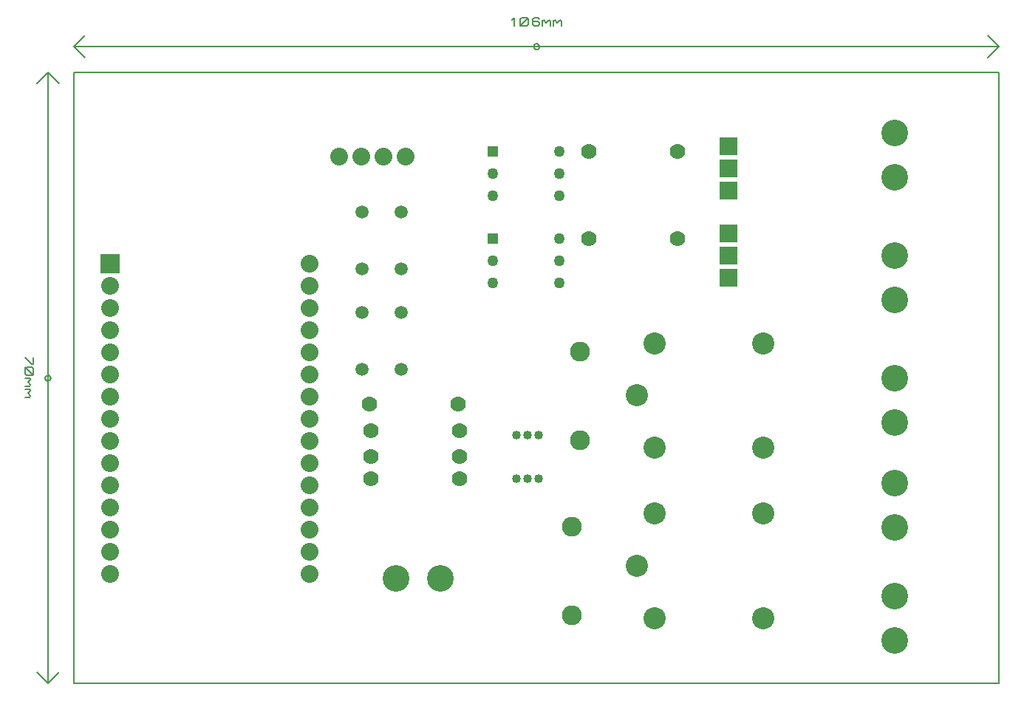
<source format=gbr>
G04 PROTEUS RS274X GERBER FILE*
%FSLAX45Y45*%
%MOMM*%
G01*
%ADD10C,1.778000*%
%ADD11C,1.016000*%
%ADD12C,2.540000*%
%ADD13C,2.286000*%
%ADD14C,3.048000*%
%ADD15C,2.032000*%
%ADD16R,2.286000X2.286000*%
%ADD17R,1.270000X1.270000*%
%ADD18C,1.270000*%
%ADD19R,2.032000X2.032000*%
%ADD70C,1.500000*%
%ADD71C,0.203200*%
D10*
X-1800000Y-750000D03*
X-784000Y-750000D03*
X-1800000Y-500000D03*
X-784000Y-500000D03*
D11*
X+127000Y-250000D03*
X+0Y-250000D03*
X-127000Y-250000D03*
X+127000Y-750000D03*
X+0Y-750000D03*
X-127000Y-750000D03*
D12*
X+1450000Y+800000D03*
X+1450000Y-400000D03*
X+1250000Y+200000D03*
X+2700000Y-400000D03*
X+2700000Y+800000D03*
X+1450000Y-1150000D03*
X+1450000Y-2350000D03*
X+1250000Y-1750000D03*
X+2700000Y-2350000D03*
X+2700000Y-1150000D03*
D13*
X+600000Y-316000D03*
X+600000Y+700000D03*
X+500000Y-2316000D03*
X+500000Y-1300000D03*
D14*
X+4200000Y-108000D03*
X+4200000Y+400000D03*
X+4200000Y-1308000D03*
X+4200000Y-800000D03*
X+4200000Y-2608000D03*
X+4200000Y-2100000D03*
D15*
X-2162000Y+2938000D03*
X-1908000Y+2938000D03*
X-1654000Y+2938000D03*
X-1400000Y+2938000D03*
D16*
X-4786000Y+1708000D03*
D15*
X-4786000Y+1454000D03*
X-4786000Y+1200000D03*
X-4786000Y+946000D03*
X-4786000Y+692000D03*
X-4786000Y+438000D03*
X-4786000Y+184000D03*
X-4786000Y-70000D03*
X-4786000Y-324000D03*
X-4786000Y-578000D03*
X-4786000Y-832000D03*
X-4786000Y-1086000D03*
X-4786000Y-1340000D03*
X-4786000Y-1594000D03*
X-4786000Y-1848000D03*
X-2500000Y-1848000D03*
X-2500000Y-1594000D03*
X-2500000Y-1340000D03*
X-2500000Y-1086000D03*
X-2500000Y-832000D03*
X-2500000Y-578000D03*
X-2500000Y-324000D03*
X-2500000Y-70000D03*
X-2500000Y+184000D03*
X-2500000Y+438000D03*
X-2500000Y+692000D03*
X-2500000Y+946000D03*
X-2500000Y+1200000D03*
X-2500000Y+1454000D03*
X-2500000Y+1708000D03*
D14*
X-1508000Y-1900000D03*
X-1000000Y-1900000D03*
D10*
X-1816000Y+100000D03*
X-800000Y+100000D03*
X-1800000Y-200000D03*
X-784000Y-200000D03*
D17*
X-400000Y+2000000D03*
D18*
X-400000Y+1746000D03*
X-400000Y+1492000D03*
X+362000Y+1492000D03*
X+362000Y+1746000D03*
X+362000Y+2000000D03*
D17*
X-400000Y+3000000D03*
D18*
X-400000Y+2746000D03*
X-400000Y+2492000D03*
X+362000Y+2492000D03*
X+362000Y+2746000D03*
X+362000Y+3000000D03*
D10*
X+700000Y+2000000D03*
X+1716000Y+2000000D03*
X+700000Y+3000000D03*
X+1716000Y+3000000D03*
D19*
X+2300000Y+2054000D03*
X+2300000Y+1800000D03*
X+2300000Y+1546000D03*
X+2300000Y+3054000D03*
X+2300000Y+2800000D03*
X+2300000Y+2546000D03*
D14*
X+4200000Y+1300000D03*
X+4200000Y+1808000D03*
X+4200000Y+2700000D03*
X+4200000Y+3208000D03*
D70*
X-1900000Y+1650000D03*
X-1900000Y+2300000D03*
X-1450000Y+1650000D03*
X-1450000Y+2300000D03*
X-1900000Y+500000D03*
X-1900000Y+1150000D03*
X-1450000Y+500000D03*
X-1450000Y+1150000D03*
D71*
X-5200000Y-3100000D02*
X+5400000Y-3100000D01*
X+5400000Y+3900000D01*
X-5200000Y+3900000D01*
X-5200000Y-3100000D01*
X-5500000Y+3900000D02*
X-5500000Y-3100000D01*
X-5500000Y+3900000D02*
X-5627000Y+3773000D01*
X-5500000Y+3900000D02*
X-5373000Y+3773000D01*
X-5500000Y-3100000D02*
X-5373000Y-2973000D01*
X-5500000Y-3100000D02*
X-5627000Y-2973000D01*
X-5468250Y+400000D02*
X-5468359Y+402634D01*
X-5469249Y+407903D01*
X-5471111Y+413172D01*
X-5474154Y+418441D01*
X-5478809Y+423643D01*
X-5484078Y+427469D01*
X-5489347Y+429909D01*
X-5494616Y+431290D01*
X-5499885Y+431750D01*
X-5500000Y+431750D01*
X-5531750Y+400000D02*
X-5531641Y+402634D01*
X-5530751Y+407903D01*
X-5528889Y+413172D01*
X-5525846Y+418441D01*
X-5521191Y+423643D01*
X-5515922Y+427469D01*
X-5510653Y+429909D01*
X-5505384Y+431290D01*
X-5500115Y+431750D01*
X-5500000Y+431750D01*
X-5531750Y+400000D02*
X-5531641Y+397366D01*
X-5530751Y+392097D01*
X-5528889Y+386828D01*
X-5525846Y+381559D01*
X-5521191Y+376357D01*
X-5515922Y+372531D01*
X-5510653Y+370091D01*
X-5505384Y+368710D01*
X-5500115Y+368250D01*
X-5500000Y+368250D01*
X-5468250Y+400000D02*
X-5468359Y+397366D01*
X-5469249Y+392097D01*
X-5471111Y+386828D01*
X-5474154Y+381559D01*
X-5478809Y+376357D01*
X-5484078Y+372531D01*
X-5489347Y+370091D01*
X-5494616Y+368710D01*
X-5499885Y+368250D01*
X-5500000Y+368250D01*
X-5667920Y+638125D02*
X-5667920Y+558750D01*
X-5683160Y+558750D01*
X-5759360Y+638125D01*
X-5744120Y+527000D02*
X-5683160Y+527000D01*
X-5667920Y+511125D01*
X-5667920Y+447625D01*
X-5683160Y+431750D01*
X-5744120Y+431750D01*
X-5759360Y+447625D01*
X-5759360Y+511125D01*
X-5744120Y+527000D01*
X-5759360Y+527000D02*
X-5667920Y+431750D01*
X-5759360Y+400000D02*
X-5698400Y+400000D01*
X-5713640Y+400000D02*
X-5698400Y+384125D01*
X-5728880Y+352375D01*
X-5698400Y+320625D01*
X-5713640Y+304750D01*
X-5759360Y+304750D01*
X-5759360Y+273000D02*
X-5698400Y+273000D01*
X-5713640Y+273000D02*
X-5698400Y+257125D01*
X-5728880Y+225375D01*
X-5698400Y+193625D01*
X-5713640Y+177750D01*
X-5759360Y+177750D01*
X-5200000Y+4200000D02*
X+5400000Y+4200000D01*
X-5200000Y+4200000D02*
X-5073000Y+4073000D01*
X-5200000Y+4200000D02*
X-5073000Y+4327000D01*
X+5400000Y+4200000D02*
X+5273000Y+4327000D01*
X+5400000Y+4200000D02*
X+5273000Y+4073000D01*
X+131750Y+4200000D02*
X+131641Y+4202634D01*
X+130751Y+4207903D01*
X+128889Y+4213172D01*
X+125846Y+4218441D01*
X+121191Y+4223643D01*
X+115922Y+4227469D01*
X+110653Y+4229909D01*
X+105384Y+4231290D01*
X+100115Y+4231750D01*
X+100000Y+4231750D01*
X+68250Y+4200000D02*
X+68359Y+4202634D01*
X+69249Y+4207903D01*
X+71111Y+4213172D01*
X+74154Y+4218441D01*
X+78809Y+4223643D01*
X+84078Y+4227469D01*
X+89347Y+4229909D01*
X+94616Y+4231290D01*
X+99885Y+4231750D01*
X+100000Y+4231750D01*
X+68250Y+4200000D02*
X+68359Y+4197366D01*
X+69249Y+4192097D01*
X+71111Y+4186828D01*
X+74154Y+4181559D01*
X+78809Y+4176357D01*
X+84078Y+4172531D01*
X+89347Y+4170091D01*
X+94616Y+4168710D01*
X+99885Y+4168250D01*
X+100000Y+4168250D01*
X+131750Y+4200000D02*
X+131641Y+4197366D01*
X+130751Y+4192097D01*
X+128889Y+4186828D01*
X+125846Y+4181559D01*
X+121191Y+4176357D01*
X+115922Y+4172531D01*
X+110653Y+4170091D01*
X+105384Y+4168710D01*
X+100115Y+4168250D01*
X+100000Y+4168250D01*
X-185750Y+4501600D02*
X-154000Y+4532080D01*
X-154000Y+4440640D01*
X-90500Y+4455880D02*
X-90500Y+4516840D01*
X-74625Y+4532080D01*
X-11125Y+4532080D01*
X+4750Y+4516840D01*
X+4750Y+4455880D01*
X-11125Y+4440640D01*
X-74625Y+4440640D01*
X-90500Y+4455880D01*
X-90500Y+4440640D02*
X+4750Y+4532080D01*
X+131750Y+4516840D02*
X+115875Y+4532080D01*
X+68250Y+4532080D01*
X+52375Y+4516840D01*
X+52375Y+4455880D01*
X+68250Y+4440640D01*
X+115875Y+4440640D01*
X+131750Y+4455880D01*
X+131750Y+4471120D01*
X+115875Y+4486360D01*
X+52375Y+4486360D01*
X+163500Y+4440640D02*
X+163500Y+4501600D01*
X+163500Y+4486360D02*
X+179375Y+4501600D01*
X+211125Y+4471120D01*
X+242875Y+4501600D01*
X+258750Y+4486360D01*
X+258750Y+4440640D01*
X+290500Y+4440640D02*
X+290500Y+4501600D01*
X+290500Y+4486360D02*
X+306375Y+4501600D01*
X+338125Y+4471120D01*
X+369875Y+4501600D01*
X+385750Y+4486360D01*
X+385750Y+4440640D01*
M02*

</source>
